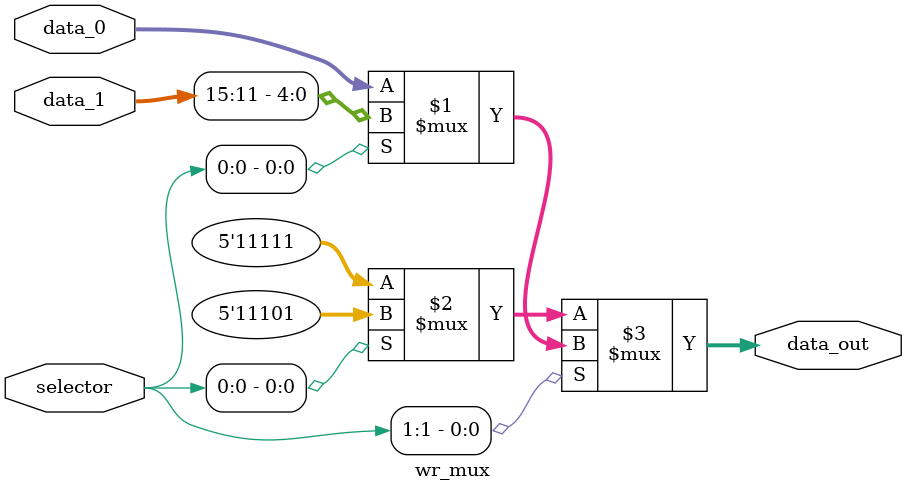
<source format=v>
module wr_mux(
    input  wire [1:0] selector,
    input  wire [4:0] data_0,//rt
    input  wire [15:0] data_1,//rd
    output wire [4:0] data_out,
);
    assign data_out = (selector[1] ? (selector[0] ? data_1[15:11] : data_0) : (selector[0] ? 5'b11101 : 5'b11111));
endmodule
</source>
